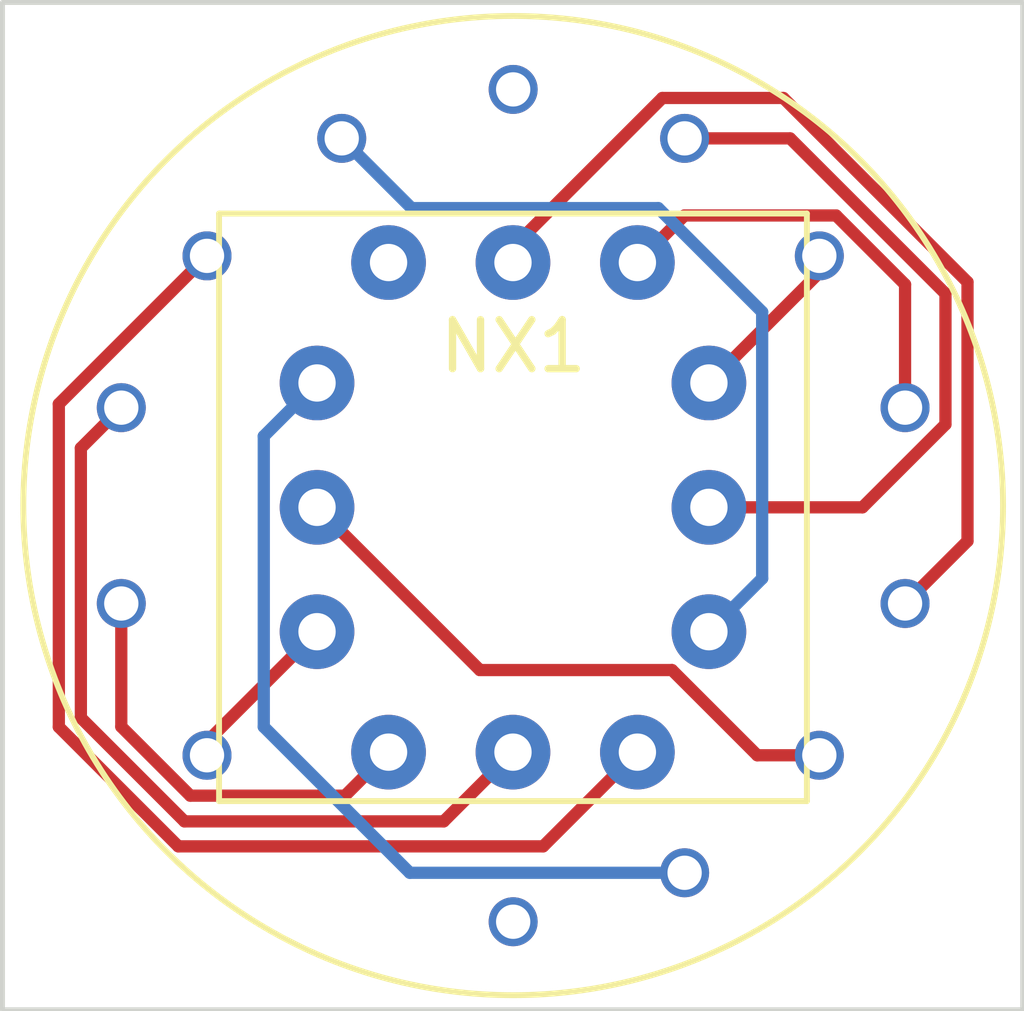
<source format=kicad_pcb>
(kicad_pcb (version 20221018) (generator pcbnew)
  (layers (0 "F.Cu" signal) (31 "B.Cu" signal) (34 "B.Paste" user) (35 "F.Paste" user) (36 "B.SilkS" user "B.Silkscreen") (37 "F.SilkS" user "F.Silkscreen") (38 "B.Mask" user) (39 "F.Mask" user) (44 "Edge.Cuts" user))
  (net 0 "")
  (net 1 "PA")
  (net 2 "P0")
  (net 3 "P1")
  (net 4 "P2")
  (net 5 "P3")
  (net 6 "P4")
  (net 7 "P5")
  (net 8 "P6")
  (net 9 "P7")
  (net 10 "P8")
  (net 11 "P9")
  (footprint "Nixie_Clock:QS30-1" (layer "F.Cu") (at 155.46 110.86)
    (fp_text reference "NX1" (at 0 -3.2512) (layer "F.SilkS"))
    (fp_text value "QS30-1")
    (fp_circle (center 0 0) (end 10 0) (stroke (width 0.12)) (fill none) (layer "F.SilkS"))
    (pad "" np_thru_hole circle (at 0 0) (size 4 4) (drill 4) (layers "*.Cu" "*.Mask"))
    (pad "0" thru_hole circle (at 6.25 5.1) (size 1 1) (drill 0.7) (layers "*.Cu" "*.Mask") (net 2 "P0"))
    (pad "1" thru_hole circle (at -6.25 5.1) (size 1 1) (drill 0.7) (layers "*.Cu" "*.Mask") (net 3 "P1"))
    (pad "2" thru_hole circle (at -8 2) (size 1 1) (drill 0.7) (layers "*.Cu" "*.Mask") (net 4 "P2"))
    (pad "3" thru_hole circle (at -8 -2) (size 1 1) (drill 0.7) (layers "*.Cu" "*.Mask") (net 5 "P3"))
    (pad "4" thru_hole circle (at -6.25 -5.1) (size 1 1) (drill 0.7) (layers "*.Cu" "*.Mask") (net 6 "P4"))
    (pad "5" thru_hole circle (at -3.5 -7.5) (size 1 1) (drill 0.7) (layers "*.Cu" "*.Mask") (net 7 "P5"))
    (pad "6" thru_hole circle (at 3.5 -7.5) (size 1 1) (drill 0.7) (layers "*.Cu" "*.Mask") (net 8 "P6"))
    (pad "7" thru_hole circle (at 6.25 -5.1) (size 1 1) (drill 0.7) (layers "*.Cu" "*.Mask") (net 9 "P7"))
    (pad "8" thru_hole circle (at 8 -2) (size 1 1) (drill 0.7) (layers "*.Cu" "*.Mask") (net 10 "P8"))
    (pad "9" thru_hole circle (at 8 2) (size 1 1) (drill 0.7) (layers "*.Cu" "*.Mask") (net 11 "P9"))
    (pad "A" thru_hole circle (at 3.5 7.5) (size 1 1) (drill 0.7) (layers "*.Cu" "*.Mask") (net 1 "PA"))
    (pad "NC" thru_hole circle (at 0 -8.5) (size 1 1) (drill 0.7) (layers "*.Cu" "*.Mask"))
    (pad "NC" thru_hole circle (at 0 8.5) (size 1 1) (drill 0.7) (layers "*.Cu" "*.Mask"))
  )
  (footprint "Nixie_Clock:Nixie_Conn_12P" (layer "F.Cu") (at 155.456 110.896)
    (fp_text reference "J1" hide)
    (fp_text value "Nixie_Conn_12P")
    (fp_line (start -6 6) (end -6 -6) (stroke (width 0.12)) (layer "F.SilkS"))
    (fp_line (start -6 6) (end 6 6) (stroke (width 0.12)) (layer "F.SilkS"))
    (fp_line (start 6 -6) (end -6 -6) (stroke (width 0.12)) (layer "F.SilkS"))
    (fp_line (start 6 6) (end 6 -6) (stroke (width 0.12)) (layer "F.SilkS"))
    (pad "0" thru_hole circle (at -4 0) (size 1.524 1.524) (drill 0.762) (layers "*.Cu" "*.Mask") (net 2 "P0"))
    (pad "1" thru_hole circle (at -4 2.54) (size 1.524 1.524) (drill 0.762) (layers "*.Cu" "*.Mask") (net 3 "P1"))
    (pad "2" thru_hole circle (at -2.54 5) (size 1.524 1.524) (drill 0.762) (layers "*.Cu" "*.Mask") (net 4 "P2"))
    (pad "3" thru_hole circle (at 0 5) (size 1.524 1.524) (drill 0.762) (layers "*.Cu" "*.Mask") (net 5 "P3"))
    (pad "4" thru_hole circle (at 2.54 5) (size 1.524 1.524) (drill 0.762) (layers "*.Cu" "*.Mask") (net 6 "P4"))
    (pad "5" thru_hole circle (at 4 2.54) (size 1.524 1.524) (drill 0.762) (layers "*.Cu" "*.Mask") (net 7 "P5"))
    (pad "6" thru_hole circle (at 4 0) (size 1.524 1.524) (drill 0.762) (layers "*.Cu" "*.Mask") (net 8 "P6"))
    (pad "7" thru_hole circle (at 4 -2.54) (size 1.524 1.524) (drill 0.762) (layers "*.Cu" "*.Mask") (net 9 "P7"))
    (pad "8" thru_hole circle (at 2.54 -5) (size 1.524 1.524) (drill 0.762) (layers "*.Cu" "*.Mask") (net 10 "P8"))
    (pad "9" thru_hole circle (at 0 -5) (size 1.524 1.524) (drill 0.762) (layers "*.Cu" "*.Mask") (net 11 "P9"))
    (pad "10" thru_hole circle (at -2.54 -5) (size 1.524 1.524) (drill 0.762) (layers "*.Cu" "*.Mask"))
    (pad "A" thru_hole circle (at -4 -2.54) (size 1.524 1.524) (drill 0.762) (layers "*.Cu" "*.Mask") (net 1 "PA"))
  )
  (gr_rect (start 145.034 100.584) (end 165.862 121.158) (stroke (width 0.1)) (fill none) (layer "Edge.Cuts"))
  (segment (start 150.369 115.379) (end 153.35 118.36) (width 0.25) (layer "B.Cu") (net 1))
  (segment (start 153.35 118.36) (end 158.96 118.36) (width 0.25) (layer "B.Cu") (net 1))
  (segment (start 150.369 109.443) (end 150.369 115.379) (width 0.25) (layer "B.Cu") (net 1))
  (segment (start 151.456 108.356) (end 150.369 109.443) (width 0.25) (layer "B.Cu") (net 1))
  (segment (start 158.702375 114.219626) (end 154.779626 114.219626) (width 0.25) (layer "F.Cu") (net 2))
  (segment (start 160.442749 115.96) (end 158.702375 114.219626) (width 0.25) (layer "F.Cu") (net 2))
  (segment (start 161.71 115.96) (end 160.442749 115.96) (width 0.25) (layer "F.Cu") (net 2))
  (segment (start 154.779626 114.219626) (end 151.456 110.896) (width 0.25) (layer "F.Cu") (net 2))
  (segment (start 149.21 115.682) (end 149.21 115.96) (width 0.25) (layer "F.Cu") (net 3))
  (segment (start 151.456 113.436) (end 149.21 115.682) (width 0.25) (layer "F.Cu") (net 3))
  (segment (start 147.46 115.376727) (end 147.46 112.86) (width 0.25) (layer "F.Cu") (net 4))
  (segment (start 152.916 115.896) (end 152.027 116.785) (width 0.25) (layer "F.Cu") (net 4))
  (segment (start 152.027 116.785) (end 148.868273 116.785) (width 0.25) (layer "F.Cu") (net 4))
  (segment (start 148.868273 116.785) (end 147.46 115.376727) (width 0.25) (layer "F.Cu") (net 4))
  (segment (start 147.46 108.86) (end 146.635 109.685) (width 0.25) (layer "F.Cu") (net 5))
  (segment (start 146.635 109.685) (end 146.635 115.195) (width 0.25) (layer "F.Cu") (net 5))
  (segment (start 146.635 115.195) (end 148.75 117.31) (width 0.25) (layer "F.Cu") (net 5))
  (segment (start 154.042 117.31) (end 155.456 115.896) (width 0.25) (layer "F.Cu") (net 5))
  (segment (start 148.75 117.31) (end 154.042 117.31) (width 0.25) (layer "F.Cu") (net 5))
  (segment (start 146.185 115.381396) (end 148.623604 117.82) (width 0.25) (layer "F.Cu") (net 6))
  (segment (start 156.072 117.82) (end 157.996 115.896) (width 0.25) (layer "F.Cu") (net 6))
  (segment (start 148.623604 117.82) (end 156.072 117.82) (width 0.25) (layer "F.Cu") (net 6))
  (segment (start 149.21 105.76) (end 146.185 108.785) (width 0.25) (layer "F.Cu") (net 6))
  (segment (start 146.185 108.785) (end 146.185 115.381396) (width 0.25) (layer "F.Cu") (net 6))
  (segment (start 151.96 103.36) (end 153.385 104.785) (width 0.25) (layer "B.Cu") (net 7))
  (segment (start 158.422251 104.785) (end 160.543 106.905749) (width 0.25) (layer "B.Cu") (net 7))
  (segment (start 153.385 104.785) (end 158.422251 104.785) (width 0.25) (layer "B.Cu") (net 7))
  (segment (start 160.543 112.349) (end 159.456 113.436) (width 0.25) (layer "B.Cu") (net 7))
  (segment (start 160.543 106.905749) (end 160.543 112.349) (width 0.25) (layer "B.Cu") (net 7))
  (segment (start 162.590727 110.896) (end 159.456 110.896) (width 0.25) (layer "F.Cu") (net 8))
  (segment (start 158.96 103.36) (end 161.113123 103.36) (width 0.25) (layer "F.Cu") (net 8))
  (segment (start 164.285 109.201727) (end 162.590727 110.896) (width 0.25) (layer "F.Cu") (net 8))
  (segment (start 161.113123 103.36) (end 164.285 106.531877) (width 0.25) (layer "F.Cu") (net 8))
  (segment (start 164.285 106.531877) (end 164.285 109.201727) (width 0.25) (layer "F.Cu") (net 8))
  (segment (start 159.456 108.356) (end 161.71 106.102) (width 0.25) (layer "F.Cu") (net 9))
  (segment (start 161.71 106.102) (end 161.71 105.76) (width 0.25) (layer "F.Cu") (net 9))
  (segment (start 162.051727 104.935) (end 163.46 106.343273) (width 0.25) (layer "F.Cu") (net 10))
  (segment (start 158.957 104.935) (end 162.051727 104.935) (width 0.25) (layer "F.Cu") (net 10))
  (segment (start 163.46 106.343273) (end 163.46 108.86) (width 0.25) (layer "F.Cu") (net 10))
  (segment (start 157.996 105.896) (end 158.957 104.935) (width 0.25) (layer "F.Cu") (net 10))
  (segment (start 164.735 111.585) (end 164.735 106.295) (width 0.25) (layer "F.Cu") (net 11))
  (segment (start 155.456 105.584) (end 155.456 105.896) (width 0.25) (layer "F.Cu") (net 11))
  (segment (start 158.505 102.535) (end 155.456 105.584) (width 0.25) (layer "F.Cu") (net 11))
  (segment (start 164.735 106.295) (end 160.975 102.535) (width 0.25) (layer "F.Cu") (net 11))
  (segment (start 160.975 102.535) (end 158.505 102.535) (width 0.25) (layer "F.Cu") (net 11))
  (segment (start 163.46 112.86) (end 164.735 111.585) (width 0.25) (layer "F.Cu") (net 11))
)
</source>
